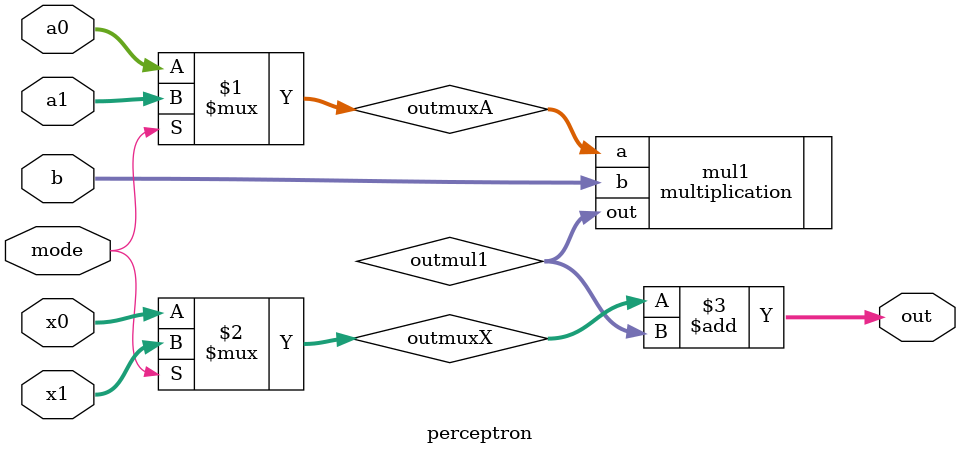
<source format=v>
module perceptron(
         a0,a1,b,x0,x1,mode,out);
  input [23:0] a0,a1,x0,x1;
  input [15:0] b;
  input mode;
  output [23:0] out;
   
  wire [23:0] outmul1,outmuxA,outmuxX;
  
  //Modules
  multiplication mul1(.a(outmuxA),.b(b),.out(outmul1)); 
  //Multiplexer
  assign outmuxA = mode ? a1 : a0;
  assign outmuxX = mode ? x1 : x0;
  //Summer
  assign out = outmuxX + outmul1;
endmodule

</source>
